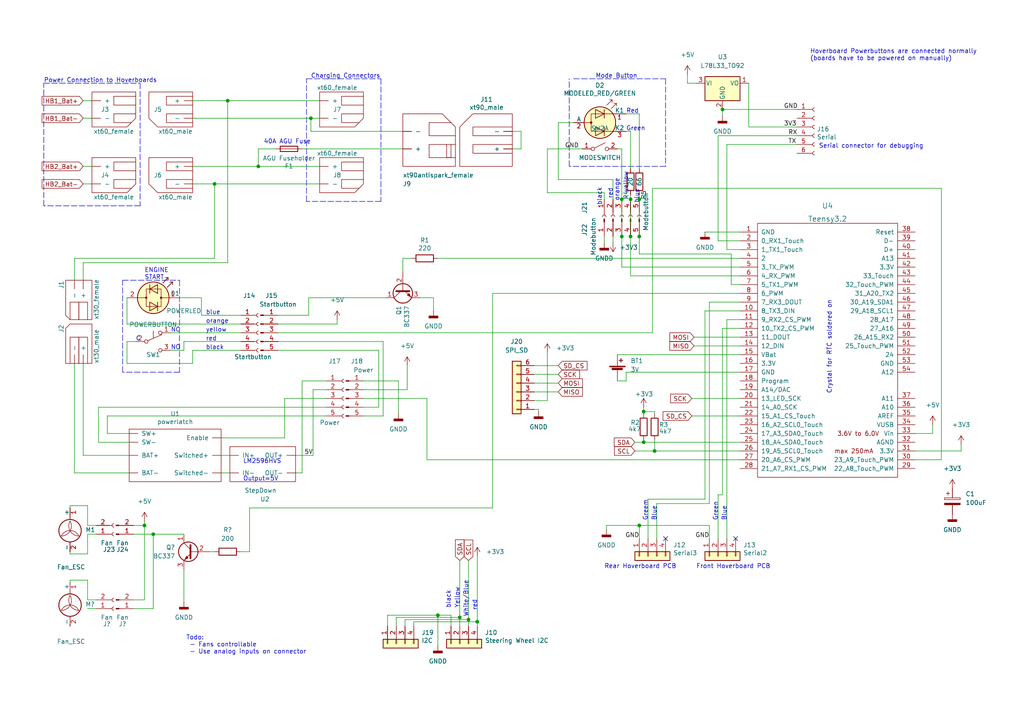
<source format=kicad_sch>
(kicad_sch (version 20211123) (generator eeschema)
  (paper "A4")
  (lib_symbols
    (symbol "Bobbycar_components:StepDown" (pin_names (offset 1.016))
      (property "Reference" "U" (at -1.27 0 0))
      (property "Value" "StepDown" (at 0 6.35 0))
      (symbol "StepDown_1_1"
        (pin power_in line (at -10.16 2.54 0) (length 2.54) (name "IN+") (number "~"))
        (pin power_in line (at -10.16 -2.54 0) (length 2.54) (name "IN-") (number "~"))
        (pin power_out line (at 8.89 2.54 180) (length 2.54) (name "OUT+") (number "~"))
        (pin power_out line (at 8.89 -2.54 180) (length 2.54) (name "OUT-") (number "~"))
      )
    )
    (symbol "Bobbycar_components:powerlatch" (pin_names (offset 1.016))
      (property "Reference" "U" (at -1.27 6.35 0))
      (property "Value" "powerlatch" (at 0 10.16 0))
      (symbol "powerlatch_1_1"
        (pin power_in line (at -12.7 1.27 0) (length 2.54) (name "BAT+") (number "~"))
        (pin power_in line (at -12.7 -3.81 0) (length 2.54) (name "BAT-") (number "~"))
        (pin input line (at 13.97 6.35 180) (length 2.54) (name "Enable") (number "~"))
        (pin input line (at -12.7 7.62 0) (length 2.54) (name "SW+") (number "~"))
        (pin input line (at -12.7 5.08 0) (length 2.54) (name "SW-") (number "~"))
        (pin power_in line (at 13.97 1.27 180) (length 2.54) (name "Switched+") (number "~"))
        (pin power_in line (at 13.97 -3.81 180) (length 2.54) (name "Switched-") (number "~"))
      )
    )
    (symbol "Bobbycar_components:xt30_female" (pin_names (offset 1.016))
      (property "Reference" "J" (at 0 15.24 0))
      (property "Value" "xt30_female" (at 0 12.7 0))
      (symbol "xt30_female_1_1"
        (pin power_out line (at 1.27 0 90) (length 2.54) (name "+") (number "~"))
        (pin power_out line (at -1.27 0 90) (length 2.54) (name "-") (number "~"))
      )
    )
    (symbol "Bobbycar_components:xt30_male" (pin_names (offset 1.016))
      (property "Reference" "J" (at 0 16.51 0))
      (property "Value" "xt30_male" (at 0 13.97 0))
      (symbol "xt30_male_1_1"
        (pin power_in line (at 1.27 0 90) (length 2.54) (name "+") (number "~"))
        (pin power_in line (at -1.27 0 90) (length 2.54) (name "-") (number "~"))
      )
    )
    (symbol "Bobbycar_components:xt60_female" (pin_names (offset 1.016))
      (property "Reference" "J" (at 0 11.43 0))
      (property "Value" "xt60_female" (at 0 13.97 0))
      (symbol "xt60_female_1_1"
        (pin power_out line (at 2.54 0 90) (length 2.54) (name "+") (number "~"))
        (pin power_out line (at -2.54 0 90) (length 2.54) (name "-") (number "~"))
      )
    )
    (symbol "Bobbycar_components:xt60_male" (pin_names (offset 1.016))
      (property "Reference" "J" (at 0 11.43 0))
      (property "Value" "xt60_male" (at 0 13.97 0))
      (symbol "xt60_male_1_1"
        (pin power_in line (at 2.54 0 90) (length 2.54) (name "+") (number "~"))
        (pin power_in line (at -2.54 0 90) (length 2.54) (name "-") (number "~"))
      )
    )
    (symbol "Bobbycar_components:xt90_male" (pin_names (offset 1.016))
      (property "Reference" "J" (at 0 19.05 0))
      (property "Value" "xt90_male" (at 0 16.51 0))
      (symbol "xt90_male_1_1"
        (pin power_in line (at 2.54 0 90) (length 2.54) (name "+") (number "~"))
        (pin power_in line (at -2.54 0 90) (length 2.54) (name "-") (number "~"))
      )
    )
    (symbol "Bobbycar_components:xt90antispark_female" (pin_names (offset 1.016))
      (property "Reference" "J" (at 0 16.51 0))
      (property "Value" "xt90antispark_female" (at 1.27 19.05 0))
      (symbol "xt90antispark_female_1_1"
        (pin power_out line (at 2.54 0 90) (length 2.54) (name "+") (number "~"))
        (pin power_out line (at -2.54 0 90) (length 2.54) (name "-") (number "~"))
      )
    )
    (symbol "Bobbycar_wiring-rescue:LED_Dual_2pin-Device" (pin_names (offset 0) hide)
      (property "Reference" "D" (at 0 5.715 0))
      (property "Value" "LED_Dual_2pin-Device" (at 0 -6.35 0))
      (symbol "LED_Dual_2pin-Device_1_1"
        (pin input line (at 7.62 0 180) (length 3.81) (name "KA") (number "1"))
        (pin input line (at -7.62 0 0) (length 3.048) (name "AK") (number "2"))
      )
    )
    (symbol "Bobbycar_wiring-rescue:LED_Dual_CAC-Device" (pin_names (offset 0))
      (property "Reference" "D" (at 0 5.715 0))
      (property "Value" "LED_Dual_CAC-Device" (at 0 -6.35 0))
      (symbol "LED_Dual_CAC-Device_1_1"
        (pin input line (at 7.62 2.54 180) (length 3.81) (name "K1") (number "1"))
        (pin input line (at -7.62 0 0) (length 3.048) (name "A") (number "2"))
        (pin input line (at 7.62 -2.54 180) (length 3.81) (name "K2") (number "3"))
      )
    )
    (symbol "Bobbycar_wiring-rescue:SW_DPST_x2-Switch" (pin_names (offset 0) hide)
      (property "Reference" "SW" (at 0 3.175 0))
      (property "Value" "SW_DPST_x2-Switch" (at 0 -2.54 0))
      (symbol "SW_DPST_x2-Switch_1_1"
        (pin passive line (at -5.08 0 0) (length 2.54) (name "A") (number "1"))
        (pin passive line (at 5.08 0 180) (length 2.54) (name "B") (number "2"))
      )
      (symbol "SW_DPST_x2-Switch_2_1"
        (pin input line (at -5.08 0 0) (length 2.54) (name "A") (number "3"))
        (pin input line (at 5.08 0 180) (length 2.54) (name "B") (number "4"))
      )
    )
    (symbol "Connector:Conn_01x02_Female" (pin_names (offset 1.016) hide)
      (property "Reference" "J" (at 0 2.54 0))
      (property "Value" "Conn_01x02_Female" (at 0 -5.08 0))
      (symbol "Conn_01x02_Female_1_1"
        (pin passive line (at -5.08 0 0) (length 3.81) (name "Pin_1") (number "1"))
        (pin passive line (at -5.08 -2.54 0) (length 3.81) (name "Pin_2") (number "2"))
      )
    )
    (symbol "Connector:Conn_01x02_Male" (pin_names (offset 1.016) hide)
      (property "Reference" "J" (at 0 2.54 0))
      (property "Value" "Conn_01x02_Male" (at 0 -5.08 0))
      (symbol "Conn_01x02_Male_1_1"
        (pin passive line (at 5.08 0 180) (length 3.81) (name "Pin_1") (number "1"))
        (pin passive line (at 5.08 -2.54 180) (length 3.81) (name "Pin_2") (number "2"))
      )
    )
    (symbol "Connector:Conn_01x05_Female" (pin_names (offset 1.016) hide)
      (property "Reference" "J" (at 0 7.62 0))
      (property "Value" "Conn_01x05_Female" (at 0 -7.62 0))
      (symbol "Conn_01x05_Female_1_1"
        (pin passive line (at -5.08 5.08 0) (length 3.81) (name "Pin_1") (number "1"))
        (pin passive line (at -5.08 2.54 0) (length 3.81) (name "Pin_2") (number "2"))
        (pin passive line (at -5.08 0 0) (length 3.81) (name "Pin_3") (number "3"))
        (pin passive line (at -5.08 -2.54 0) (length 3.81) (name "Pin_4") (number "4"))
        (pin passive line (at -5.08 -5.08 0) (length 3.81) (name "Pin_5") (number "5"))
      )
    )
    (symbol "Connector:Conn_01x05_Male" (pin_names (offset 1.016) hide)
      (property "Reference" "J" (at 0 7.62 0))
      (property "Value" "Conn_01x05_Male" (at 0 -7.62 0))
      (symbol "Conn_01x05_Male_1_1"
        (pin passive line (at 5.08 5.08 180) (length 3.81) (name "Pin_1") (number "1"))
        (pin passive line (at 5.08 2.54 180) (length 3.81) (name "Pin_2") (number "2"))
        (pin passive line (at 5.08 0 180) (length 3.81) (name "Pin_3") (number "3"))
        (pin passive line (at 5.08 -2.54 180) (length 3.81) (name "Pin_4") (number "4"))
        (pin passive line (at 5.08 -5.08 180) (length 3.81) (name "Pin_5") (number "5"))
      )
    )
    (symbol "Connector:Conn_01x06_Female" (pin_names (offset 1.016) hide)
      (property "Reference" "J" (at 0 7.62 0))
      (property "Value" "Conn_01x06_Female" (at 0 -10.16 0))
      (symbol "Conn_01x06_Female_1_1"
        (pin passive line (at -5.08 5.08 0) (length 3.81) (name "Pin_1") (number "1"))
        (pin passive line (at -5.08 2.54 0) (length 3.81) (name "Pin_2") (number "2"))
        (pin passive line (at -5.08 0 0) (length 3.81) (name "Pin_3") (number "3"))
        (pin passive line (at -5.08 -2.54 0) (length 3.81) (name "Pin_4") (number "4"))
        (pin passive line (at -5.08 -5.08 0) (length 3.81) (name "Pin_5") (number "5"))
        (pin passive line (at -5.08 -7.62 0) (length 3.81) (name "Pin_6") (number "6"))
      )
    )
    (symbol "Connector_Generic:Conn_01x04" (pin_names (offset 1.016) hide)
      (property "Reference" "J" (at 0 5.08 0))
      (property "Value" "Conn_01x04" (at 0 -7.62 0))
      (symbol "Conn_01x04_1_1"
        (pin passive line (at -5.08 2.54 0) (length 3.81) (name "Pin_1") (number "1"))
        (pin passive line (at -5.08 0 0) (length 3.81) (name "Pin_2") (number "2"))
        (pin passive line (at -5.08 -2.54 0) (length 3.81) (name "Pin_3") (number "3"))
        (pin passive line (at -5.08 -5.08 0) (length 3.81) (name "Pin_4") (number "4"))
      )
    )
    (symbol "Connector_Generic:Conn_01x06" (pin_names (offset 1.016) hide)
      (property "Reference" "J" (at 0 7.62 0))
      (property "Value" "Conn_01x06" (at 0 -10.16 0))
      (symbol "Conn_01x06_1_1"
        (pin passive line (at -5.08 5.08 0) (length 3.81) (name "Pin_1") (number "1"))
        (pin passive line (at -5.08 2.54 0) (length 3.81) (name "Pin_2") (number "2"))
        (pin passive line (at -5.08 0 0) (length 3.81) (name "Pin_3") (number "3"))
        (pin passive line (at -5.08 -2.54 0) (length 3.81) (name "Pin_4") (number "4"))
        (pin passive line (at -5.08 -5.08 0) (length 3.81) (name "Pin_5") (number "5"))
        (pin passive line (at -5.08 -7.62 0) (length 3.81) (name "Pin_6") (number "6"))
      )
    )
    (symbol "Device:Battery_Cell" (pin_numbers hide) (pin_names (offset 0) hide)
      (property "Reference" "BT" (at 2.54 2.54 0))
      (property "Value" "Battery_Cell" (at 2.54 0 0))
      (symbol "Battery_Cell_1_1"
        (pin passive line (at 0 5.08 270) (length 2.54) (name "+") (number "1"))
        (pin passive line (at 0 -2.54 90) (length 2.54) (name "-") (number "2"))
      )
    )
    (symbol "Device:C_Polarized" (pin_numbers hide) (pin_names (offset 0.254))
      (property "Reference" "C" (at 0.635 2.54 0))
      (property "Value" "C_Polarized" (at 0.635 -2.54 0))
      (symbol "C_Polarized_1_1"
        (pin passive line (at 0 3.81 270) (length 2.794) (name "~") (number "1"))
        (pin passive line (at 0 -3.81 90) (length 2.794) (name "~") (number "2"))
      )
    )
    (symbol "Device:Fuse" (pin_numbers hide) (pin_names (offset 0))
      (property "Reference" "F" (at 2.032 0 90))
      (property "Value" "Fuse" (at -1.905 0 90))
      (symbol "Fuse_1_1"
        (pin passive line (at 0 3.81 270) (length 1.27) (name "~") (number "1"))
        (pin passive line (at 0 -3.81 90) (length 1.27) (name "~") (number "2"))
      )
    )
    (symbol "Device:R" (pin_numbers hide) (pin_names (offset 0))
      (property "Reference" "R" (at 2.032 0 90))
      (property "Value" "R" (at 0 0 90))
      (symbol "R_1_1"
        (pin passive line (at 0 3.81 270) (length 1.27) (name "~") (number "1"))
        (pin passive line (at 0 -3.81 90) (length 1.27) (name "~") (number "2"))
      )
    )
    (symbol "Motor:Fan" (pin_names (offset 0))
      (property "Reference" "M" (at 2.54 5.08 0))
      (property "Value" "Fan" (at 2.54 -2.54 0))
      (symbol "Fan_1_1"
        (pin passive line (at 0 7.62 270) (length 2.54) (name "+") (number "1"))
        (pin passive line (at 0 -5.08 90) (length 2.54) (name "-") (number "2"))
      )
    )
    (symbol "Regulator_Linear:L78L33_TO92" (pin_names (offset 0.254))
      (property "Reference" "U" (at -3.81 3.175 0))
      (property "Value" "L78L33_TO92" (at 0 3.175 0))
      (symbol "L78L33_TO92_1_1"
        (pin power_out line (at 7.62 0 180) (length 2.54) (name "VO") (number "1"))
        (pin power_in line (at 0 -7.62 90) (length 2.54) (name "GND") (number "2"))
        (pin power_in line (at -7.62 0 0) (length 2.54) (name "VI") (number "3"))
      )
    )
    (symbol "Switch:SW_Push_SPDT" (pin_names (offset 0) hide)
      (property "Reference" "SW" (at 0 4.318 0))
      (property "Value" "SW_Push_SPDT" (at 0 -5.08 0))
      (symbol "SW_Push_SPDT_1_1"
        (pin passive line (at 5.08 2.54 180) (length 2.54) (name "A") (number "1"))
        (pin passive line (at -5.08 0 0) (length 2.54) (name "B") (number "2"))
        (pin passive line (at 5.08 -2.54 180) (length 2.54) (name "C") (number "3"))
      )
    )
    (symbol "Transistor_BJT:BC337" (pin_names (offset 0) hide)
      (property "Reference" "Q" (at 5.08 1.905 0))
      (property "Value" "BC337" (at 5.08 0 0))
      (symbol "BC337_1_1"
        (pin passive line (at 2.54 5.08 270) (length 2.54) (name "C") (number "1"))
        (pin input line (at -5.08 0 0) (length 5.08) (name "B") (number "2"))
        (pin passive line (at 2.54 -5.08 90) (length 2.54) (name "E") (number "3"))
      )
    )
    (symbol "power:+3V3" (power) (pin_names (offset 0))
      (property "Value" "+3V3" (at 0 3.556 0))
      (symbol "+3V3_1_1"
        (pin power_in line (at 0 0 90) (length 0) hide (name "+3V3") (number "1"))
      )
    )
    (symbol "power:+5V" (power) (pin_names (offset 0))
      (property "Value" "+5V" (at 0 3.556 0))
      (symbol "+5V_1_1"
        (pin power_in line (at 0 0 90) (length 0) hide (name "+5V") (number "1"))
      )
    )
    (symbol "power:GNDD" (power) (pin_names (offset 0))
      (property "Value" "GNDD" (at 0 -3.175 0))
      (symbol "GNDD_1_1"
        (pin power_in line (at 0 0 270) (length 0) hide (name "GNDD") (number "1"))
      )
    )
    (symbol "teensy:Teensy3.2" (pin_names (offset 1.016))
      (property "Reference" "U" (at 0 39.37 0))
      (property "Value" "Teensy3.2" (at 0 -39.37 0))
      (symbol "Teensy3.2_0_0"
        (text "3.6V to 6.0V" (at 8.89 -24.13 0) (effects (font (size 1.27 1.27))))
        (text "max 250mA" (at 7.62 -29.21 0) (effects (font (size 1.27 1.27))))
      )
      (symbol "Teensy3.2_1_1"
        (pin power_in line (at -25.4 34.29 0) (length 5.08) (name "GND") (number "1"))
        (pin bidirectional line (at -25.4 11.43 0) (length 5.08) (name "8_TX3_DIN") (number "10"))
        (pin bidirectional line (at -25.4 8.89 0) (length 5.08) (name "9_RX2_CS_PWM") (number "11"))
        (pin bidirectional line (at -25.4 6.35 0) (length 5.08) (name "10_TX2_CS_PWM") (number "12"))
        (pin bidirectional line (at -25.4 3.81 0) (length 5.08) (name "11_DOUT") (number "13"))
        (pin bidirectional line (at -25.4 1.27 0) (length 5.08) (name "12_DIN") (number "14"))
        (pin power_in line (at -25.4 -1.27 0) (length 5.08) (name "VBat") (number "15"))
        (pin power_out line (at -25.4 -3.81 0) (length 5.08) (name "3.3V") (number "16"))
        (pin power_in line (at -25.4 -6.35 0) (length 5.08) (name "GND") (number "17"))
        (pin input line (at -25.4 -8.89 0) (length 5.08) (name "Program") (number "18"))
        (pin bidirectional line (at -25.4 -11.43 0) (length 5.08) (name "A14/DAC") (number "19"))
        (pin bidirectional line (at -25.4 31.75 0) (length 5.08) (name "0_RX1_Touch") (number "2"))
        (pin bidirectional line (at -25.4 -13.97 0) (length 5.08) (name "13_LED_SCK") (number "20"))
        (pin bidirectional line (at -25.4 -16.51 0) (length 5.08) (name "14_A0_SCK") (number "21"))
        (pin bidirectional line (at -25.4 -19.05 0) (length 5.08) (name "15_A1_CS_Touch") (number "22"))
        (pin bidirectional line (at -25.4 -21.59 0) (length 5.08) (name "16_A2_SCL0_Touch") (number "23"))
        (pin bidirectional line (at -25.4 -24.13 0) (length 5.08) (name "17_A3_SDA0_Touch") (number "24"))
        (pin bidirectional line (at -25.4 -26.67 0) (length 5.08) (name "18_A4_SDA0_Touch") (number "25"))
        (pin bidirectional line (at -25.4 -29.21 0) (length 5.08) (name "19_A5_SCL0_Touch") (number "26"))
        (pin bidirectional line (at -25.4 -31.75 0) (length 5.08) (name "20_A6_CS_PWM") (number "27"))
        (pin bidirectional line (at -25.4 -34.29 0) (length 5.08) (name "21_A7_RX1_CS_PWM") (number "28"))
        (pin bidirectional line (at 25.4 -34.29 180) (length 5.08) (name "22_A8_Touch_PWM") (number "29"))
        (pin bidirectional line (at -25.4 29.21 0) (length 5.08) (name "1_TX1_Touch") (number "3"))
        (pin bidirectional line (at 25.4 -31.75 180) (length 5.08) (name "23_A9_Touch_PWM") (number "30"))
        (pin power_out line (at 25.4 -29.21 180) (length 5.08) (name "3.3V") (number "31"))
        (pin power_out line (at 25.4 -26.67 180) (length 5.08) (name "AGND") (number "32"))
        (pin power_in line (at 25.4 -24.13 180) (length 5.08) (name "Vin") (number "33"))
        (pin power_in line (at 25.4 -21.59 180) (length 5.08) (name "VUSB") (number "34"))
        (pin input line (at 25.4 -19.05 180) (length 5.08) (name "AREF") (number "35"))
        (pin bidirectional line (at 25.4 -16.51 180) (length 5.08) (name "A10") (number "36"))
        (pin bidirectional line (at 25.4 -13.97 180) (length 5.08) (name "A11") (number "37"))
        (pin input line (at 25.4 34.29 180) (length 5.08) (name "Reset") (number "38"))
        (pin bidirectional line (at 25.4 31.75 180) (length 5.08) (name "D-") (number "39"))
        (pin bidirectional line (at -25.4 26.67 0) (length 5.08) (name "2") (number "4"))
        (pin bidirectional line (at 25.4 29.21 180) (length 5.08) (name "D+") (number "40"))
        (pin bidirectional line (at 25.4 26.67 180) (length 5.08) (name "A13") (number "41"))
        (pin power_out line (at 25.4 24.13 180) (length 5.08) (name "3.3V") (number "42"))
        (pin bidirectional line (at 25.4 21.59 180) (length 5.08) (name "33_Touch") (number "43"))
        (pin bidirectional line (at 25.4 19.05 180) (length 5.08) (name "32_Touch_PWM") (number "44"))
        (pin bidirectional line (at 25.4 16.51 180) (length 5.08) (name "31_A20_TX2") (number "45"))
        (pin bidirectional line (at 25.4 13.97 180) (length 5.08) (name "30_A19_SDA1") (number "46"))
        (pin bidirectional line (at 25.4 11.43 180) (length 5.08) (name "29_A18_SCL1") (number "47"))
        (pin bidirectional line (at 25.4 8.89 180) (length 5.08) (name "28_A17") (number "48"))
        (pin bidirectional line (at 25.4 6.35 180) (length 5.08) (name "27_A16") (number "49"))
        (pin bidirectional line (at -25.4 24.13 0) (length 5.08) (name "3_TX_PWM") (number "5"))
        (pin bidirectional line (at 25.4 3.81 180) (length 5.08) (name "26_A15_RX2") (number "50"))
        (pin bidirectional line (at 25.4 1.27 180) (length 5.08) (name "25_Touch_PWM") (number "51"))
        (pin bidirectional line (at 25.4 -1.27 180) (length 5.08) (name "24") (number "52"))
        (pin power_in line (at 25.4 -3.81 180) (length 5.08) (name "GND") (number "53"))
        (pin bidirectional line (at 25.4 -6.35 180) (length 5.08) (name "A12") (number "54"))
        (pin bidirectional line (at -25.4 21.59 0) (length 5.08) (name "4_RX_PWM") (number "6"))
        (pin bidirectional line (at -25.4 19.05 0) (length 5.08) (name "5_TX1_PWM") (number "7"))
        (pin bidirectional line (at -25.4 16.51 0) (length 5.08) (name "6_PWM") (number "8"))
        (pin bidirectional line (at -25.4 13.97 0) (length 5.08) (name "7_RX3_DOUT") (number "9"))
      )
    )
  )
  (junction (at 62.23 53.34))
  (junction (at 41.91 152.4))
  (junction (at 135.89 179.705))
  (junction (at 186.69 128.27))
  (junction (at 90.17 34.29))
  (junction (at 44.45 154.94))
  (junction (at 182.88 57.785))
  (junction (at 185.42 152.4))
  (junction (at 186.69 119.38))
  (junction (at 185.42 68.58))
  (junction (at 127 178.435))
  (junction (at 74.93 48.26))
  (junction (at 189.865 130.81))
  (junction (at 185.42 57.785))
  (junction (at 209.55 31.75))
  (junction (at 182.88 68.58))
  (junction (at 180.34 57.785))
  (junction (at 180.34 68.58))
  (junction (at 138.43 180.34))
  (junction (at 133.35 179.07))
  (junction (at 66.04 29.21))
  (no_connect (at 213.36 156.21))
  (no_connect (at 193.04 156.21))
  (wire (pts (xy 66.675 132.08) (xy 64.135 132.08)))
  (wire (pts (xy 55.88 101.6) (xy 69.85 101.6)))
  (wire (pts (xy 62.23 53.34) (xy 62.23 74.93)))
  (wire (pts (xy 158.75 43.18) (xy 158.75 55.88)))
  (wire (pts (xy 181.61 38.1) (xy 182.88 38.1)))
  (wire (pts (xy 151.13 43.18) (xy 148.59 43.18)))
  (wire (pts (xy 185.42 57.785) (xy 185.42 68.58)))
  (wire (pts (xy 74.93 43.18) (xy 74.93 48.26)))
  (wire (pts (xy 127 178.435) (xy 112.395 178.435)))
  (polyline (pts (xy 12.7 59.69) (xy 12.7 24.13)))
  (wire (pts (xy 265.43 125.73) (xy 270.51 125.73)))
  (wire (pts (xy 133.35 162.56) (xy 133.35 179.07)))
  (wire (pts (xy 135.89 162.56) (xy 135.89 179.705)))
  (wire (pts (xy 189.865 119.38) (xy 189.865 120.015)))
  (wire (pts (xy 31.115 120.65) (xy 31.115 125.73)))
  (wire (pts (xy 177.8 52.07) (xy 177.8 57.785)))
  (wire (pts (xy 82.55 127) (xy 82.55 115.57)))
  (wire (pts (xy 37.465 125.73) (xy 31.115 125.73)))
  (wire (pts (xy 21.59 137.16) (xy 21.59 105.41)))
  (wire (pts (xy 26.67 53.34) (xy 24.13 53.34)))
  (wire (pts (xy 24.13 48.26) (xy 26.67 48.26)))
  (wire (pts (xy 186.69 118.11) (xy 186.69 119.38)))
  (wire (pts (xy 20.32 146.685) (xy 25.4 146.685)))
  (wire (pts (xy 265.43 130.81) (xy 278.765 130.81)))
  (wire (pts (xy 209.55 95.25) (xy 209.55 143.51)))
  (wire (pts (xy 66.04 29.21) (xy 66.04 76.2)))
  (wire (pts (xy 127 74.93) (xy 214.63 74.93)))
  (wire (pts (xy 38.735 173.99) (xy 41.91 173.99)))
  (polyline (pts (xy 52.07 81.28) (xy 52.07 107.95)))
  (wire (pts (xy 214.63 82.55) (xy 212.09 82.55)))
  (wire (pts (xy 212.09 73.66) (xy 185.42 73.66)))
  (wire (pts (xy 112.395 178.435) (xy 112.395 181.61)))
  (wire (pts (xy 20.32 168.275) (xy 25.4 168.275)))
  (wire (pts (xy 154.94 118.745) (xy 156.21 118.745)))
  (wire (pts (xy 214.63 85.09) (xy 142.875 85.09)))
  (polyline (pts (xy 40.64 24.13) (xy 40.64 59.69)))
  (wire (pts (xy 148.59 38.1) (xy 151.13 38.1)))
  (wire (pts (xy 89.535 86.36) (xy 111.76 86.36)))
  (wire (pts (xy 182.88 57.785) (xy 182.88 68.58)))
  (wire (pts (xy 161.925 35.56) (xy 161.925 52.07)))
  (wire (pts (xy 72.39 160.02) (xy 69.85 160.02)))
  (wire (pts (xy 55.88 105.41) (xy 55.88 101.6)))
  (wire (pts (xy 185.42 152.4) (xy 185.42 156.21)))
  (wire (pts (xy 209.55 31.75) (xy 209.55 33.655)))
  (wire (pts (xy 80.645 96.52) (xy 189.23 96.52)))
  (wire (pts (xy 20.32 168.91) (xy 20.32 168.275)))
  (wire (pts (xy 27.94 176.53) (xy 25.4 176.53)))
  (wire (pts (xy 209.55 143.51) (xy 208.28 143.51)))
  (wire (pts (xy 41.91 151.13) (xy 41.91 152.4)))
  (wire (pts (xy 62.23 53.34) (xy 92.71 53.34)))
  (wire (pts (xy 24.13 76.2) (xy 24.13 81.28)))
  (wire (pts (xy 25.4 154.94) (xy 25.4 160.655)))
  (wire (pts (xy 123.825 115.57) (xy 123.825 133.35)))
  (wire (pts (xy 158.75 43.18) (xy 168.91 43.18)))
  (wire (pts (xy 38.735 154.94) (xy 44.45 154.94)))
  (wire (pts (xy 154.94 108.585) (xy 161.925 108.585)))
  (wire (pts (xy 94.615 120.65) (xy 31.115 120.65)))
  (wire (pts (xy 154.94 111.125) (xy 161.925 111.125)))
  (wire (pts (xy 199.39 24.13) (xy 199.39 21.59)))
  (wire (pts (xy 24.13 132.08) (xy 37.465 132.08)))
  (wire (pts (xy 87.63 43.18) (xy 116.84 43.18)))
  (wire (pts (xy 109.855 118.11) (xy 105.41 118.11)))
  (wire (pts (xy 66.04 29.21) (xy 92.71 29.21)))
  (wire (pts (xy 135.89 179.705) (xy 117.475 179.705)))
  (wire (pts (xy 270.51 125.73) (xy 270.51 123.19)))
  (wire (pts (xy 158.75 55.88) (xy 175.26 55.88)))
  (wire (pts (xy 214.63 77.47) (xy 180.34 77.47)))
  (wire (pts (xy 25.4 168.275) (xy 25.4 173.99)))
  (wire (pts (xy 278.765 130.81) (xy 278.765 128.905)))
  (wire (pts (xy 90.17 38.1) (xy 90.17 34.29)))
  (wire (pts (xy 205.74 146.05) (xy 205.74 87.63)))
  (wire (pts (xy 89.535 91.44) (xy 89.535 86.36)))
  (wire (pts (xy 190.5 156.21) (xy 190.5 146.05)))
  (wire (pts (xy 123.825 133.35) (xy 214.63 133.35)))
  (wire (pts (xy 105.41 115.57) (xy 123.825 115.57)))
  (wire (pts (xy 184.15 128.27) (xy 186.69 128.27)))
  (wire (pts (xy 133.35 179.07) (xy 133.35 181.61)))
  (wire (pts (xy 189.23 54.61) (xy 189.23 96.52)))
  (wire (pts (xy 36.83 93.98) (xy 36.83 86.36)))
  (wire (pts (xy 58.42 91.44) (xy 69.85 91.44)))
  (wire (pts (xy 119.38 74.93) (xy 116.84 74.93)))
  (wire (pts (xy 130.81 178.435) (xy 127 178.435)))
  (wire (pts (xy 205.74 152.4) (xy 205.74 156.21)))
  (wire (pts (xy 177.8 68.58) (xy 177.8 70.485)))
  (wire (pts (xy 36.83 99.06) (xy 36.83 105.41)))
  (wire (pts (xy 94.615 118.11) (xy 28.575 118.11)))
  (wire (pts (xy 116.84 74.93) (xy 116.84 78.74)))
  (wire (pts (xy 182.88 68.58) (xy 182.88 80.01)))
  (wire (pts (xy 94.615 113.03) (xy 90.805 113.03)))
  (wire (pts (xy 138.43 180.34) (xy 138.43 181.61)))
  (wire (pts (xy 120.015 181.61) (xy 120.015 180.34)))
  (wire (pts (xy 217.17 24.13) (xy 217.17 36.83)))
  (wire (pts (xy 55.88 29.21) (xy 66.04 29.21)))
  (wire (pts (xy 24.13 29.21) (xy 26.67 29.21)))
  (wire (pts (xy 117.475 179.705) (xy 117.475 181.61)))
  (wire (pts (xy 182.88 56.515) (xy 182.88 57.785)))
  (wire (pts (xy 209.55 31.75) (xy 231.14 31.75)))
  (wire (pts (xy 25.4 146.685) (xy 25.4 152.4)))
  (wire (pts (xy 115.57 120.015) (xy 115.57 110.49)))
  (wire (pts (xy 25.4 173.99) (xy 27.94 173.99)))
  (wire (pts (xy 182.88 38.1) (xy 182.88 48.895)))
  (wire (pts (xy 208.28 69.85) (xy 208.28 39.37)))
  (wire (pts (xy 142.875 85.09) (xy 142.875 147.32)))
  (wire (pts (xy 204.47 90.17) (xy 204.47 144.78)))
  (wire (pts (xy 37.465 137.16) (xy 21.59 137.16)))
  (wire (pts (xy 38.735 176.53) (xy 44.45 176.53)))
  (wire (pts (xy 208.28 39.37) (xy 231.14 39.37)))
  (wire (pts (xy 175.895 152.4) (xy 185.42 152.4)))
  (polyline (pts (xy 165.1 48.26) (xy 165.1 22.86)))
  (wire (pts (xy 36.83 99.06) (xy 39.37 99.06)))
  (wire (pts (xy 125.73 86.36) (xy 125.73 90.17)))
  (wire (pts (xy 204.47 67.31) (xy 214.63 67.31)))
  (wire (pts (xy 115.57 110.49) (xy 105.41 110.49)))
  (wire (pts (xy 214.63 90.17) (xy 204.47 90.17)))
  (wire (pts (xy 187.96 156.21) (xy 187.96 144.78)))
  (wire (pts (xy 20.32 160.655) (xy 20.32 160.02)))
  (wire (pts (xy 38.735 152.4) (xy 41.91 152.4)))
  (wire (pts (xy 186.69 119.38) (xy 189.865 119.38)))
  (wire (pts (xy 111.125 120.65) (xy 111.125 99.06)))
  (wire (pts (xy 80.01 43.18) (xy 74.93 43.18)))
  (wire (pts (xy 80.645 101.6) (xy 109.855 101.6)))
  (wire (pts (xy 189.865 130.81) (xy 214.63 130.81)))
  (wire (pts (xy 180.34 43.18) (xy 180.34 57.785)))
  (wire (pts (xy 20.32 160.655) (xy 25.4 160.655)))
  (wire (pts (xy 118.11 113.03) (xy 105.41 113.03)))
  (wire (pts (xy 161.925 35.56) (xy 166.37 35.56)))
  (wire (pts (xy 74.93 48.26) (xy 92.71 48.26)))
  (polyline (pts (xy 52.07 107.95) (xy 35.56 107.95)))
  (wire (pts (xy 82.55 115.57) (xy 94.615 115.57)))
  (wire (pts (xy 175.26 68.58) (xy 175.26 70.485)))
  (wire (pts (xy 60.96 160.02) (xy 62.23 160.02)))
  (wire (pts (xy 265.43 133.35) (xy 273.05 133.35)))
  (wire (pts (xy 90.805 113.03) (xy 90.805 132.08)))
  (polyline (pts (xy 40.64 59.69) (xy 12.7 59.69)))
  (wire (pts (xy 181.61 33.02) (xy 185.42 33.02)))
  (wire (pts (xy 53.34 165.1) (xy 53.34 174.625)))
  (polyline (pts (xy 88.9 22.86) (xy 110.49 22.86)))
  (wire (pts (xy 114.935 179.07) (xy 133.35 179.07)))
  (wire (pts (xy 36.83 93.98) (xy 69.85 93.98)))
  (wire (pts (xy 87.63 110.49) (xy 94.615 110.49)))
  (wire (pts (xy 28.575 118.11) (xy 28.575 128.27)))
  (wire (pts (xy 181.61 110.49) (xy 179.07 110.49)))
  (wire (pts (xy 114.935 181.61) (xy 114.935 179.07)))
  (wire (pts (xy 55.88 48.26) (xy 74.93 48.26)))
  (wire (pts (xy 179.07 43.18) (xy 180.34 43.18)))
  (wire (pts (xy 118.11 106.045) (xy 118.11 113.03)))
  (wire (pts (xy 151.13 38.1) (xy 151.13 43.18)))
  (wire (pts (xy 53.34 99.06) (xy 69.85 99.06)))
  (wire (pts (xy 154.94 116.205) (xy 158.75 116.205)))
  (wire (pts (xy 21.59 74.93) (xy 62.23 74.93)))
  (wire (pts (xy 201.295 97.79) (xy 214.63 97.79)))
  (wire (pts (xy 181.61 107.95) (xy 181.61 110.49)))
  (wire (pts (xy 64.135 127) (xy 82.55 127)))
  (wire (pts (xy 55.88 53.34) (xy 62.23 53.34)))
  (polyline (pts (xy 35.56 81.28) (xy 52.07 81.28)))
  (wire (pts (xy 204.47 144.78) (xy 187.96 144.78)))
  (wire (pts (xy 97.79 93.98) (xy 97.79 92.71)))
  (polyline (pts (xy 35.56 107.95) (xy 35.56 81.28)))
  (wire (pts (xy 190.5 146.05) (xy 205.74 146.05)))
  (wire (pts (xy 179.07 102.87) (xy 214.63 102.87)))
  (wire (pts (xy 20.32 147.32) (xy 20.32 146.685)))
  (polyline (pts (xy 193.04 22.86) (xy 193.04 48.26)))
  (wire (pts (xy 72.39 147.32) (xy 72.39 160.02)))
  (wire (pts (xy 214.63 80.01) (xy 182.88 80.01)))
  (wire (pts (xy 185.42 33.02) (xy 185.42 48.895)))
  (polyline (pts (xy 110.49 22.86) (xy 110.49 58.42)))
  (wire (pts (xy 120.015 180.34) (xy 138.43 180.34)))
  (wire (pts (xy 66.675 137.16) (xy 64.135 137.16)))
  (polyline (pts (xy 110.49 58.42) (xy 88.9 58.42)))
  (wire (pts (xy 200.66 120.65) (xy 214.63 120.65)))
  (wire (pts (xy 44.45 176.53) (xy 44.45 154.94)))
  (wire (pts (xy 28.575 128.27) (xy 37.465 128.27)))
  (wire (pts (xy 201.295 100.33) (xy 214.63 100.33)))
  (wire (pts (xy 41.91 152.4) (xy 41.91 173.99)))
  (wire (pts (xy 175.895 152.4) (xy 175.895 153.67)))
  (wire (pts (xy 205.74 87.63) (xy 214.63 87.63)))
  (wire (pts (xy 210.82 92.71) (xy 210.82 156.21)))
  (wire (pts (xy 80.645 91.44) (xy 89.535 91.44)))
  (wire (pts (xy 210.82 41.91) (xy 210.82 72.39)))
  (wire (pts (xy 105.41 120.65) (xy 111.125 120.65)))
  (wire (pts (xy 27.94 154.94) (xy 25.4 154.94)))
  (wire (pts (xy 217.17 36.83) (xy 231.14 36.83)))
  (wire (pts (xy 186.69 119.38) (xy 186.69 120.015)))
  (wire (pts (xy 80.645 93.98) (xy 97.79 93.98)))
  (wire (pts (xy 161.925 52.07) (xy 177.8 52.07)))
  (wire (pts (xy 142.875 147.32) (xy 72.39 147.32)))
  (wire (pts (xy 138.43 161.29) (xy 138.43 180.34)))
  (wire (pts (xy 201.93 24.13) (xy 199.39 24.13)))
  (wire (pts (xy 184.15 130.81) (xy 189.865 130.81)))
  (wire (pts (xy 273.05 54.61) (xy 189.23 54.61)))
  (wire (pts (xy 154.94 106.045) (xy 161.925 106.045)))
  (wire (pts (xy 49.53 96.52) (xy 69.85 96.52)))
  (wire (pts (xy 154.94 113.665) (xy 161.925 113.665)))
  (wire (pts (xy 185.42 152.4) (xy 205.74 152.4)))
  (wire (pts (xy 200.66 115.57) (xy 214.63 115.57)))
  (wire (pts (xy 49.53 101.6) (xy 53.34 101.6)))
  (wire (pts (xy 214.63 69.85) (xy 208.28 69.85)))
  (wire (pts (xy 156.21 118.745) (xy 156.21 119.38)))
  (wire (pts (xy 208.28 143.51) (xy 208.28 156.21)))
  (wire (pts (xy 180.34 68.58) (xy 180.34 77.47)))
  (wire (pts (xy 24.13 105.41) (xy 24.13 132.08)))
  (wire (pts (xy 44.45 154.94) (xy 53.34 154.94)))
  (wire (pts (xy 210.82 92.71) (xy 214.63 92.71)))
  (wire (pts (xy 58.42 86.36) (xy 58.42 91.44)))
  (wire (pts (xy 214.63 95.25) (xy 209.55 95.25)))
  (polyline (pts (xy 193.04 48.26) (xy 165.1 48.26)))
  (wire (pts (xy 36.83 105.41) (xy 55.88 105.41)))
  (wire (pts (xy 109.855 101.6) (xy 109.855 118.11)))
  (polyline (pts (xy 12.7 24.13) (xy 40.64 24.13)))
  (wire (pts (xy 80.645 99.06) (xy 111.125 99.06)))
  (wire (pts (xy 121.92 86.36) (xy 125.73 86.36)))
  (wire (pts (xy 85.725 137.16) (xy 87.63 137.16)))
  (wire (pts (xy 116.84 38.1) (xy 90.17 38.1)))
  (wire (pts (xy 210.82 41.91) (xy 231.14 41.91)))
  (wire (pts (xy 127 178.435) (xy 127 187.325)))
  (wire (pts (xy 186.69 127.635) (xy 186.69 128.27)))
  (wire (pts (xy 25.4 152.4) (xy 27.94 152.4)))
  (wire (pts (xy 24.13 76.2) (xy 66.04 76.2)))
  (wire (pts (xy 90.805 132.08) (xy 85.725 132.08)))
  (wire (pts (xy 58.42 86.36) (xy 52.07 86.36)))
  (wire (pts (xy 212.09 82.55) (xy 212.09 73.66)))
  (wire (pts (xy 158.75 102.235) (xy 158.75 116.205)))
  (wire (pts (xy 26.67 34.29) (xy 24.13 34.29)))
  (polyline (pts (xy 166.37 22.86) (xy 193.04 22.86)))
  (wire (pts (xy 135.89 179.705) (xy 135.89 181.61)))
  (wire (pts (xy 55.88 34.29) (xy 90.17 34.29)))
  (wire (pts (xy 53.34 101.6) (xy 53.34 99.06)))
  (wire (pts (xy 210.82 72.39) (xy 214.63 72.39)))
  (wire (pts (xy 185.42 68.58) (xy 185.42 73.66)))
  (polyline (pts (xy 88.9 58.42) (xy 88.9 22.86)))
  (wire (pts (xy 185.42 56.515) (xy 185.42 57.785)))
  (wire (pts (xy 21.59 81.28) (xy 21.59 74.93)))
  (wire (pts (xy 189.865 127.635) (xy 189.865 130.81)))
  (wire (pts (xy 175.26 55.88) (xy 175.26 57.785)))
  (wire (pts (xy 273.05 133.35) (xy 273.05 54.61)))
  (wire (pts (xy 186.69 128.27) (xy 214.63 128.27)))
  (wire (pts (xy 87.63 137.16) (xy 87.63 110.49)))
  (wire (pts (xy 90.17 34.29) (xy 92.71 34.29)))
  (wire (pts (xy 180.34 57.785) (xy 180.34 68.58)))
  (wire (pts (xy 130.81 178.435) (xy 130.81 181.61)))
  (wire (pts (xy 214.63 107.95) (xy 181.61 107.95)))
  (text "40A AGU Fuse" (at 90.17 41.91 180) (effects (font (size 1.27 1.27)) (justify right bottom)))
  (text "black" (at 174.625 59.69 90) (effects (font (size 1.27 1.27)) (justify left bottom)))
  (text "Front Hoverboard PCB" (at 201.93 165.1 0) (effects (font (size 1.27 1.27)) (justify left bottom)))
  (text "orange" (at 179.705 58.42 90) (effects (font (size 1.27 1.27)) (justify left bottom)))
  (text "Hoverboard Powerbuttons are connected normally\n(boards have to be powered on manually)" (at 234.95 17.78 0) (effects (font (size 1.27 1.27)) (justify left bottom)))
  (text "red" (at 59.69 99.06 0) (effects (font (size 1.27 1.27)) (justify left bottom)))
  (text "yellow" (at 59.69 96.52 0) (effects (font (size 1.27 1.27)) (justify left bottom)))
  (text "Rear Hoverboard PCB" (at 175.26 165.1 0) (effects (font (size 1.27 1.27)) (justify left bottom)))
  (text "Blue" (at 210.82 151.13 90) (effects (font (size 1.27 1.27)) (justify left bottom)))
  (text "yellow" (at 182.245 55.88 90) (effects (font (size 1.27 1.27)) (justify left bottom)))
  (text "red" (at 138.43 177.165 90) (effects (font (size 1.27 1.27)) (justify left bottom)))
  (text "blue" (at 185.42 59.055 90) (effects (font (size 1.27 1.27)) (justify left bottom)))
  (text "Serial connector for debugging" (at 237.49 43.18 0) (effects (font (size 1.27 1.27)) (justify left bottom)))
  (text "Green" (at 208.28 151.13 90) (effects (font (size 1.27 1.27)) (justify left bottom)))
  (text "Greem" (at 187.96 151.13 90) (effects (font (size 1.27 1.27)) (justify left bottom)))
  (text "Yellow" (at 133.35 176.53 90) (effects (font (size 1.27 1.27)) (justify left bottom)))
  (text "Charging Connectors" (at 90.17 22.86 0) (effects (font (size 1.27 1.27)) (justify left bottom)))
  (text "Output=5V" (at 70.485 139.7 0) (effects (font (size 1.27 1.27)) (justify left bottom)))
  (text "red" (at 177.8 57.785 90) (effects (font (size 1.27 1.27)) (justify left bottom)))
  (text "C" (at 39.37 99.06 0) (effects (font (size 1.27 1.27)) (justify left bottom)))
  (text "ENGINE\nSTART" (at 41.91 81.28 0) (effects (font (size 1.27 1.27)) (justify left bottom)))
  (text "Blue" (at 190.5 151.13 90) (effects (font (size 1.27 1.27)) (justify left bottom)))
  (text "blue" (at 59.69 91.44 0) (effects (font (size 1.27 1.27)) (justify left bottom)))
  (text "Crystal for RTC soldered on" (at 241.3 114.3 90) (effects (font (size 1.27 1.27)) (justify left bottom)))
  (text "Mode Button" (at 172.72 22.86 0) (effects (font (size 1.27 1.27)) (justify left bottom)))
  (text "Green" (at 181.61 38.1 0) (effects (font (size 1.27 1.27)) (justify left bottom)))
  (text "orange" (at 59.69 93.98 0) (effects (font (size 1.27 1.27)) (justify left bottom)))
  (text "Todo:\n - Fans controllable\n - Use analog inputs on connector" (at 53.975 189.865 0) (effects (font (size 1.27 1.27)) (justify left bottom)))
  (text "Power Connection to Hoverboards" (at 12.7 24.13 0) (effects (font (size 1.27 1.27)) (justify left bottom)))
  (text "White/Blue" (at 135.89 179.07 90) (effects (font (size 1.27 1.27)) (justify left bottom)))
  (text "black" (at 59.69 101.6 0) (effects (font (size 1.27 1.27)) (justify left bottom)))
  (text "NC" (at 49.53 96.52 0) (effects (font (size 1.27 1.27)) (justify left bottom)))
  (text "NO" (at 49.53 101.6 0) (effects (font (size 1.27 1.27)) (justify left bottom)))
  (text "LM2596HVS" (at 70.485 134.62 0) (effects (font (size 1.27 1.27)) (justify left bottom)))
  (text "Red" (at 181.61 33.02 0) (effects (font (size 1.27 1.27)) (justify left bottom)))
  (text "black" (at 130.81 176.53 90) (effects (font (size 1.27 1.27)) (justify left bottom)))
  (label "5V" (at 88.265 132.08 0))
  (label "RX" (at 228.6 39.37 0))
  (label "GND" (at 163.83 43.18 0))
  (label "GND" (at 227.33 31.75 0))
  (label "TX" (at 228.6 41.91 0))
  (label "GND" (at 185.42 156.21 180))
  (label "3V3" (at 227.33 36.83 0))
  (label "GND" (at 205.74 156.21 180))
  (global_label "SCK" (shape input) (at 200.66 115.57 180) (property "Intersheet References" "${INTERSHEET_REFS}" (effects hide)))
  (global_label "HB1_Bat+" (shape input) (at 24.13 29.21 180) (property "Intersheet References" "${INTERSHEET_REFS}" (effects hide)))
  (global_label "HB2_Bat+" (shape input) (at 24.13 48.26 180) (property "Intersheet References" "${INTERSHEET_REFS}" (effects hide)))
  (global_label "MOSI" (shape input) (at 201.295 97.79 180) (property "Intersheet References" "${INTERSHEET_REFS}" (effects hide)))
  (global_label "SCL" (shape input) (at 135.89 162.56 90) (property "Intersheet References" "${INTERSHEET_REFS}" (effects hide)))
  (global_label "SCL" (shape input) (at 184.15 130.81 180) (property "Intersheet References" "${INTERSHEET_REFS}" (effects hide)))
  (global_label "SDA" (shape input) (at 184.15 128.27 180) (property "Intersheet References" "${INTERSHEET_REFS}" (effects hide)))
  (global_label "HB1_Bat-" (shape input) (at 24.13 34.29 180) (property "Intersheet References" "${INTERSHEET_REFS}" (effects hide)))
  (global_label "MISO" (shape input) (at 161.925 113.665 0) (property "Intersheet References" "${INTERSHEET_REFS}" (effects hide)))
  (global_label "SD_CS" (shape input) (at 161.925 106.045 0) (property "Intersheet References" "${INTERSHEET_REFS}" (effects hide)))
  (global_label "MISO" (shape input) (at 201.295 100.33 180) (property "Intersheet References" "${INTERSHEET_REFS}" (effects hide)))
  (global_label "SD_CS" (shape input) (at 200.66 120.65 180) (property "Intersheet References" "${INTERSHEET_REFS}" (effects hide)))
  (global_label "SDA" (shape input) (at 133.35 162.56 90) (property "Intersheet References" "${INTERSHEET_REFS}" (effects hide)))
  (global_label "HB2_Bat-" (shape input) (at 24.13 53.34 180) (property "Intersheet References" "${INTERSHEET_REFS}" (effects hide)))
  (global_label "MOSI" (shape input) (at 161.925 111.125 0) (property "Intersheet References" "${INTERSHEET_REFS}" (effects hide)))
  (global_label "SCK" (shape input) (at 161.925 108.585 0) (property "Intersheet References" "${INTERSHEET_REFS}" (effects hide)))
  (symbol (lib_id "Bobbycar_components:StepDown") (at 76.835 134.62 0) (unit 1) (in_bom no) (on_board no)
    (property "Reference" "U2" (at 76.835 144.78 0))
    (property "Value" "StepDown" (at 75.565 142.24 0))
  )
  (symbol (lib_id "Bobbycar_components:powerlatch") (at 50.165 133.35 0) (unit 1) (in_bom no) (on_board no)
    (property "Reference" "U1" (at 50.8 120.015 0))
    (property "Value" "powerlatch" (at 50.8 122.3264 0))
  )
  (symbol (lib_id "Switch:SW_Push_SPDT") (at 44.45 99.06 0) (unit 1) (in_bom no) (on_board no)
    (property "Reference" "SW1" (at 44.45 102.87 0))
    (property "Value" "POWERBUTTON" (at 44.45 94.1324 0))
  )
  (symbol (lib_id "Transistor_BJT:BC337") (at 116.84 83.82 90) (mirror x) (unit 1)
    (property "Reference" "Q1" (at 115.6716 88.646 0) (effects (justify left)))
    (property "Value" "BC337" (at 117.983 88.646 0) (effects (justify left)))
    (property "Footprint" "Package_TO_SOT_THT:TO-92_Inline" (effects hide))
    (property "Datasheet" "http://www.nxp.com/documents/data_sheet/BC817_BC817W_BC337.pdf" (effects hide))
  )
  (symbol (lib_id "Device:R") (at 123.19 74.93 270) (unit 1)
    (property "Reference" "R1" (at 123.19 69.6722 90))
    (property "Value" "220" (at 123.19 71.9836 90))
    (property "Footprint" "Resistor_SMD:R_0603_1608Metric" (effects hide))
  )
  (symbol (lib_id "Connector:Conn_01x06_Female") (at 236.22 36.83 0) (unit 1)
    (property "Reference" "J16" (at 236.9312 37.4396 0) (effects (justify left)))
    (property "Value" "Serial" (at 236.9312 39.751 0) (effects (justify left)))
    (property "Footprint" "Connector_PinHeader_2.54mm:PinHeader_1x06_P2.54mm_Horizontal" (effects hide))
  )
  (symbol (lib_id "Connector_Generic:Conn_01x04") (at 187.96 161.29 90) (mirror x) (unit 1)
    (property "Reference" "J12" (at 195.2752 158.0642 90) (effects (justify right)))
    (property "Value" "Serial3" (at 195.2752 160.3756 90) (effects (justify right)))
    (property "Footprint" "Connector_JST:JST_XH_B4B-XH-A_1x04_P2.50mm_Vertical" (effects hide))
  )
  (symbol (lib_id "Connector_Generic:Conn_01x04") (at 208.28 161.29 90) (mirror x) (unit 1)
    (property "Reference" "J13" (at 215.5952 158.0642 90) (effects (justify right)))
    (property "Value" "Serial2" (at 215.5952 160.3756 90) (effects (justify right)))
    (property "Footprint" "Connector_JST:JST_XH_B4B-XH-A_1x04_P2.50mm_Vertical" (effects hide))
  )
  (symbol (lib_id "Device:Fuse") (at 83.82 43.18 90) (unit 1) (in_bom no) (on_board no)
    (property "Reference" "F1" (at 83.82 48.1838 90))
    (property "Value" "AGU Fuseholder" (at 83.82 45.8724 90))
  )
  (symbol (lib_id "Bobbycar_components:xt60_male") (at 55.88 31.75 90) (unit 1) (in_bom no) (on_board no)
    (property "Reference" "J5" (at 46.99 31.75 90) (effects (justify left)))
    (property "Value" "xt60_male" (at 55.88 38.1 90) (effects (justify left)))
  )
  (symbol (lib_id "Bobbycar_components:xt60_male") (at 55.88 50.8 90) (unit 1) (in_bom no) (on_board no)
    (property "Reference" "J6" (at 46.99 50.8 90) (effects (justify left)))
    (property "Value" "xt60_male" (at 55.88 57.15 90) (effects (justify left)))
  )
  (symbol (lib_id "Bobbycar_components:xt60_female") (at 92.71 31.75 270) (mirror x) (unit 1) (in_bom no) (on_board no)
    (property "Reference" "J7" (at 97.79 31.75 90))
    (property "Value" "xt60_female" (at 97.79 25.4 90))
  )
  (symbol (lib_id "Bobbycar_components:xt60_female") (at 92.71 50.8 270) (mirror x) (unit 1) (in_bom no) (on_board no)
    (property "Reference" "J8" (at 97.79 50.8 90))
    (property "Value" "xt60_female" (at 97.79 44.45 90))
  )
  (symbol (lib_id "Bobbycar_components:xt90antispark_female") (at 116.84 40.64 270) (unit 1) (in_bom no) (on_board no)
    (property "Reference" "J9" (at 116.84 53.34 90) (effects (justify left)))
    (property "Value" "xt90antispark_female" (at 116.84 50.8 90) (effects (justify left)))
  )
  (symbol (lib_id "Bobbycar_components:xt90_male") (at 148.59 40.64 90) (mirror x) (unit 1) (in_bom no) (on_board no)
    (property "Reference" "J11" (at 141.1224 28.829 90))
    (property "Value" "xt90_male" (at 141.1224 31.1404 90))
  )
  (symbol (lib_id "Connector_Generic:Conn_01x04") (at 133.35 186.69 90) (mirror x) (unit 1)
    (property "Reference" "J10" (at 140.6652 183.4642 90) (effects (justify right)))
    (property "Value" "Steering Wheel I2C" (at 140.6652 185.7756 90) (effects (justify right)))
    (property "Footprint" "Connector_JST:JST_XH_B4B-XH-A_1x04_P2.50mm_Vertical" (effects hide))
  )
  (symbol (lib_id "Bobbycar_components:xt30_male") (at 22.86 105.41 0) (unit 1) (in_bom no) (on_board no)
    (property "Reference" "J2" (at 17.78 96.52 90) (effects (justify left)))
    (property "Value" "xt30_male" (at 27.94 105.41 90) (effects (justify left)))
  )
  (symbol (lib_id "Bobbycar_components:xt30_female") (at 22.86 81.28 0) (mirror x) (unit 1) (in_bom no) (on_board no)
    (property "Reference" "J1" (at 17.78 83.82 90) (effects (justify right)))
    (property "Value" "xt30_female" (at 27.94 92.71 90) (effects (justify right)))
  )
  (symbol (lib_id "Bobbycar_wiring-rescue:SW_DPST_x2-Switch") (at 173.99 43.18 0) (unit 1) (in_bom no) (on_board no)
    (property "Reference" "SW2" (at 173.99 37.211 0))
    (property "Value" "MODESWITCH" (at 173.99 45.72 0))
  )
  (symbol (lib_id "Bobbycar_wiring-rescue:LED_Dual_2pin-Device") (at 44.45 86.36 0) (unit 1) (in_bom no) (on_board no)
    (property "Reference" "D1" (at 50.8 85.09 0))
    (property "Value" "POWERLED" (at 53.34 90.17 0))
  )
  (symbol (lib_id "Bobbycar_wiring-rescue:LED_Dual_CAC-Device") (at 173.99 35.56 0) (unit 1) (in_bom no) (on_board no)
    (property "Reference" "D2" (at 173.99 24.765 0))
    (property "Value" "MODELED_RED/GREEN" (at 173.99 27.0764 0))
  )
  (symbol (lib_id "Device:R") (at 185.42 52.705 180) (unit 1) (in_bom no) (on_board no)
    (property "Reference" "R5" (at 186.69 56.515 90))
    (property "Value" "66" (at 185.42 52.705 90))
  )
  (symbol (lib_id "Device:R") (at 182.88 52.705 180) (unit 1) (in_bom no) (on_board no)
    (property "Reference" "R4" (at 181.61 56.515 90))
    (property "Value" "20" (at 182.88 52.705 90))
  )
  (symbol (lib_id "Device:R") (at 186.69 123.825 0) (unit 1)
    (property "Reference" "R2" (at 182.88 122.555 0) (effects (justify left)))
    (property "Value" "4k7" (at 182.245 124.46 0) (effects (justify left)))
    (property "Footprint" "Resistor_SMD:R_0603_1608Metric" (effects hide))
  )
  (symbol (lib_id "Device:R") (at 189.865 123.825 0) (unit 1)
    (property "Reference" "R3" (at 191.135 123.19 0) (effects (justify left)))
    (property "Value" "4k7" (at 191.135 125.095 0) (effects (justify left)))
    (property "Footprint" "Resistor_SMD:R_0603_1608Metric" (effects hide))
  )
  (symbol (lib_id "Bobbycar_components:xt60_female") (at 26.67 31.75 270) (mirror x) (unit 1) (in_bom no) (on_board no)
    (property "Reference" "J3" (at 30.48 31.75 90))
    (property "Value" "xt60_female" (at 33.02 38.1 90))
  )
  (symbol (lib_id "Bobbycar_components:xt60_female") (at 26.67 50.8 270) (mirror x) (unit 1) (in_bom no) (on_board no)
    (property "Reference" "J4" (at 30.48 50.8 90))
    (property "Value" "xt60_female" (at 33.02 57.15 90))
  )
  (symbol (lib_id "power:+5V") (at 199.39 21.59 0) (unit 1)
    (property "Reference" "#PWR0112" (effects hide))
    (property "Value" "+5V" (at 199.39 15.875 0))
  )
  (symbol (lib_id "power:GNDD") (at 209.55 33.655 0) (unit 1)
    (property "Reference" "#PWR0111" (effects hide))
    (property "Value" "GNDD" (at 209.55 38.1 0))
  )
  (symbol (lib_id "Connector:Conn_01x02_Male") (at 33.655 176.53 0) (mirror x) (unit 1)
    (property "Reference" "J?" (at 35.56 180.975 0))
    (property "Value" "Fan" (at 35.56 179.07 0))
    (property "Footprint" "Connector_JST:JST_XH_B2B-XH-A_1x02_P2.50mm_Vertical" (effects hide))
  )
  (symbol (lib_id "power:+3V3") (at 138.43 161.29 0) (unit 1)
    (property "Reference" "#PWR0101" (effects hide))
    (property "Value" "+3V3" (at 140.97 160.0199 0) (effects (justify left)))
  )
  (symbol (lib_id "power:+3V3") (at 158.75 102.235 0) (unit 1)
    (property "Reference" "#PWR0104" (effects hide))
    (property "Value" "+3V3" (at 161.29 100.9649 0) (effects (justify left)))
  )
  (symbol (lib_id "power:GNDD") (at 175.26 70.485 0) (unit 1)
    (property "Reference" "#PWR0113" (effects hide))
    (property "Value" "GNDD" (at 175.26 74.93 0))
  )
  (symbol (lib_id "power:GNDD") (at 156.21 119.38 0) (unit 1)
    (property "Reference" "#PWR0102" (effects hide))
    (property "Value" "GNDD" (at 156.21 123.825 0))
  )
  (symbol (lib_id "power:GNDD") (at 276.225 149.225 0) (unit 1)
    (property "Reference" "#PWR0108" (effects hide))
    (property "Value" "GNDD" (at 276.225 153.67 0))
  )
  (symbol (lib_id "power:GNDD") (at 115.57 120.015 0) (unit 1)
    (property "Reference" "#PWR0118" (effects hide))
    (property "Value" "GNDD" (at 115.57 124.46 0))
  )
  (symbol (lib_id "power:+5V") (at 41.91 151.13 0) (unit 1)
    (property "Reference" "#PWR0120" (effects hide))
    (property "Value" "+5V" (at 41.91 145.415 0))
  )
  (symbol (lib_id "Motor:Fan") (at 20.32 154.94 0) (unit 1) (in_bom no) (on_board no)
    (property "Reference" "M1" (at 24.765 153.6699 0) (effects (justify left)))
    (property "Value" "Fan_ESC" (at 16.51 164.465 0) (effects (justify left)))
  )
  (symbol (lib_id "power:GNDD") (at 175.895 153.67 0) (unit 1)
    (property "Reference" "#PWR0105" (effects hide))
    (property "Value" "GNDD" (at 175.895 158.115 0))
  )
  (symbol (lib_id "Transistor_BJT:BC337") (at 55.88 160.02 0) (mirror y) (unit 1)
    (property "Reference" "Q?" (at 50.8 158.7499 0) (effects (justify left)))
    (property "Value" "BC337" (at 50.8 161.2899 0) (effects (justify left)))
    (property "Footprint" "Package_TO_SOT_THT:TO-92_Inline" (effects hide))
    (property "Datasheet" "https://diotec.com/tl_files/diotec/files/pdf/datasheets/bc337.pdf" (effects hide))
  )
  (symbol (lib_id "Motor:Fan") (at 20.32 176.53 0) (unit 1) (in_bom no) (on_board no)
    (property "Reference" "M?" (at 24.765 175.2599 0) (effects (justify left)))
    (property "Value" "Fan_ESC" (at 16.51 186.055 0) (effects (justify left)))
  )
  (symbol (lib_id "power:+5V") (at 270.51 123.19 0) (unit 1)
    (property "Reference" "#PWR0106" (effects hide))
    (property "Value" "+5V" (at 270.51 117.475 0))
  )
  (symbol (lib_id "Connector:Conn_01x02_Female") (at 33.02 154.94 0) (mirror x) (unit 1) (in_bom no) (on_board no)
    (property "Reference" "J23" (at 29.845 159.385 0) (effects (justify left)))
    (property "Value" "Fan" (at 29.21 157.48 0) (effects (justify left)))
  )
  (symbol (lib_id "power:GNDD") (at 127 187.325 0) (unit 1)
    (property "Reference" "#PWR0119" (effects hide))
    (property "Value" "GNDD" (at 127 191.77 0))
  )
  (symbol (lib_id "Connector:Conn_01x05_Male") (at 180.34 63.5 90) (mirror x) (unit 1)
    (property "Reference" "J22" (at 169.545 66.675 0))
    (property "Value" "Modebutton" (at 172.085 68.58 0))
    (property "Footprint" "Connector_JST:JST_XH_B5B-XH-A_1x05_P2.50mm_Vertical" (effects hide))
  )
  (symbol (lib_id "power:+3V3") (at 276.225 141.605 0) (unit 1)
    (property "Reference" "#PWR0107" (effects hide))
    (property "Value" "+3V3" (at 276.225 135.89 0))
  )
  (symbol (lib_id "Connector_Generic:Conn_01x06") (at 149.86 113.665 180) (unit 1)
    (property "Reference" "J20" (at 149.86 99.06 0))
    (property "Value" "SPI_SD" (at 149.86 101.6 0))
    (property "Footprint" "Connector_JST:JST_XH_B6B-XH-A_1x06_P2.50mm_Vertical" (effects hide))
  )
  (symbol (lib_id "Connector:Conn_01x02_Female") (at 33.02 176.53 0) (mirror x) (unit 1) (in_bom no) (on_board no)
    (property "Reference" "J?" (at 29.845 180.975 0) (effects (justify left)))
    (property "Value" "Fan" (at 29.21 179.07 0) (effects (justify left)))
  )
  (symbol (lib_id "Regulator_Linear:L78L33_TO92") (at 209.55 24.13 0) (unit 1)
    (property "Reference" "U3" (at 209.55 16.51 0))
    (property "Value" "L78L33_TO92" (at 209.55 19.05 0))
    (property "Footprint" "Package_TO_SOT_THT:TO-92_Inline" (effects hide))
    (property "Datasheet" "http://www.st.com/content/ccc/resource/technical/document/datasheet/15/55/e5/aa/23/5b/43/fd/CD00000446.pdf/files/CD00000446.pdf/jcr:content/translations/en.CD00000446.pdf" (effects hide))
  )
  (symbol (lib_id "power:+5V") (at 97.79 92.71 0) (unit 1)
    (property "Reference" "#PWR0115" (effects hide))
    (property "Value" "+5V" (at 97.79 86.995 0))
  )
  (symbol (lib_id "Device:C_Polarized") (at 276.225 145.415 0) (unit 1)
    (property "Reference" "C1" (at 280.035 143.2559 0) (effects (justify left)))
    (property "Value" "100uF" (at 280.035 145.7959 0) (effects (justify left)))
    (property "Footprint" "Capacitor_THT:CP_Radial_D6.3mm_P2.50mm" (effects hide))
  )
  (symbol (lib_id "Connector:Conn_01x02_Male") (at 33.655 154.94 0) (mirror x) (unit 1)
    (property "Reference" "J24" (at 35.56 159.385 0))
    (property "Value" "Fan" (at 35.56 157.48 0))
    (property "Footprint" "Connector_JST:JST_XH_B2B-XH-A_1x02_P2.50mm_Vertical" (effects hide))
  )
  (symbol (lib_id "power:+3V3") (at 177.8 70.485 180) (unit 1)
    (property "Reference" "#PWR0114" (effects hide))
    (property "Value" "+3V3" (at 179.705 71.7549 0) (effects (justify right)))
  )
  (symbol (lib_id "Connector_Generic:Conn_01x04") (at 114.935 186.69 90) (mirror x) (unit 1)
    (property "Reference" "J19" (at 122.2502 183.4642 90) (effects (justify right)))
    (property "Value" "I2C" (at 122.2502 185.7756 90) (effects (justify right)))
    (property "Footprint" "Connector_JST:JST_XH_B4B-XH-A_1x04_P2.50mm_Vertical" (effects hide))
  )
  (symbol (lib_id "power:GNDD") (at 53.34 174.625 0) (unit 1)
    (property "Reference" "#PWR?" (effects hide))
    (property "Value" "GNDD" (at 53.34 179.07 0))
  )
  (symbol (lib_id "Connector:Conn_01x05_Male") (at 100.33 115.57 0) (unit 1)
    (property "Reference" "J18" (at 103.505 104.775 0))
    (property "Value" "Power" (at 105.41 107.315 0))
    (property "Footprint" "Connector_JST:JST_XH_B5B-XH-A_1x05_P2.50mm_Vertical" (effects hide))
  )
  (symbol (lib_id "Device:Battery_Cell") (at 179.07 107.95 0) (unit 1)
    (property "Reference" "BT1" (at 182.88 104.6479 0) (effects (justify left)))
    (property "Value" "3V" (at 182.88 107.1879 0) (effects (justify left)))
    (property "Footprint" "Battery:BatteryHolder_Keystone_1058_1x2032" (effects hide))
  )
  (symbol (lib_id "Connector:Conn_01x05_Female") (at 74.93 96.52 0) (unit 1) (in_bom no) (on_board no)
    (property "Reference" "J14" (at 70.485 85.725 0) (effects (justify left)))
    (property "Value" "Startbutton" (at 67.945 103.505 0) (effects (justify left)))
  )
  (symbol (lib_id "power:+3V3") (at 278.765 128.905 0) (unit 1)
    (property "Reference" "#PWR0109" (effects hide))
    (property "Value" "+3V3" (at 278.765 123.19 0))
  )
  (symbol (lib_id "power:GNDD") (at 204.47 67.31 0) (unit 1)
    (property "Reference" "#PWR0110" (effects hide))
    (property "Value" "GNDD" (at 204.47 71.755 0))
  )
  (symbol (lib_id "power:GNDD") (at 125.73 90.17 0) (unit 1)
    (property "Reference" "#PWR0116" (effects hide))
    (property "Value" "GNDD" (at 125.73 94.615 0))
  )
  (symbol (lib_id "power:+5V") (at 118.11 106.045 0) (unit 1)
    (property "Reference" "#PWR0117" (effects hide))
    (property "Value" "+5V" (at 118.11 100.33 0))
  )
  (symbol (lib_id "Connector:Conn_01x05_Female") (at 180.34 62.865 90) (mirror x) (unit 1) (in_bom no) (on_board no)
    (property "Reference" "J21" (at 169.545 58.42 0) (effects (justify left)))
    (property "Value" "Modebutton" (at 187.325 55.88 0) (effects (justify left)))
  )
  (symbol (lib_id "power:+3V3") (at 186.69 118.11 0) (unit 1)
    (property "Reference" "#PWR0103" (effects hide))
    (property "Value" "+3V3" (at 184.15 114.3 0) (effects (justify left)))
  )
  (symbol (lib_id "teensy:Teensy3.2") (at 240.03 101.6 0) (unit 1)
    (property "Reference" "U4" (at 240.03 59.69 0) (effects (font (size 1.524 1.524))))
    (property "Value" "Teensy3.2" (at 240.03 63.5 0) (effects (font (size 1.524 1.524))))
    (property "Footprint" "teensy:Teensy30_31_32_All_Pins" (effects hide))
  )
  (symbol (lib_id "Device:R") (at 66.04 160.02 90) (unit 1)
    (property "Reference" "R?" (at 66.04 153.67 90))
    (property "Value" "200" (at 66.04 156.21 90))
  )
  (symbol (lib_id "Connector:Conn_01x05_Male") (at 75.565 96.52 0) (unit 1)
    (property "Reference" "J15" (at 78.74 85.725 0))
    (property "Value" "Startbutton" (at 80.645 88.265 0))
    (property "Footprint" "Connector_JST:JST_XH_B5B-XH-A_1x05_P2.50mm_Vertical" (effects hide))
  )
  (symbol (lib_id "Connector:Conn_01x05_Female") (at 99.695 115.57 0) (unit 1) (in_bom no) (on_board no)
    (property "Reference" "J17" (at 95.25 104.775 0) (effects (justify left)))
    (property "Value" "Power" (at 92.71 122.555 0) (effects (justify left)))
  )
)
</source>
